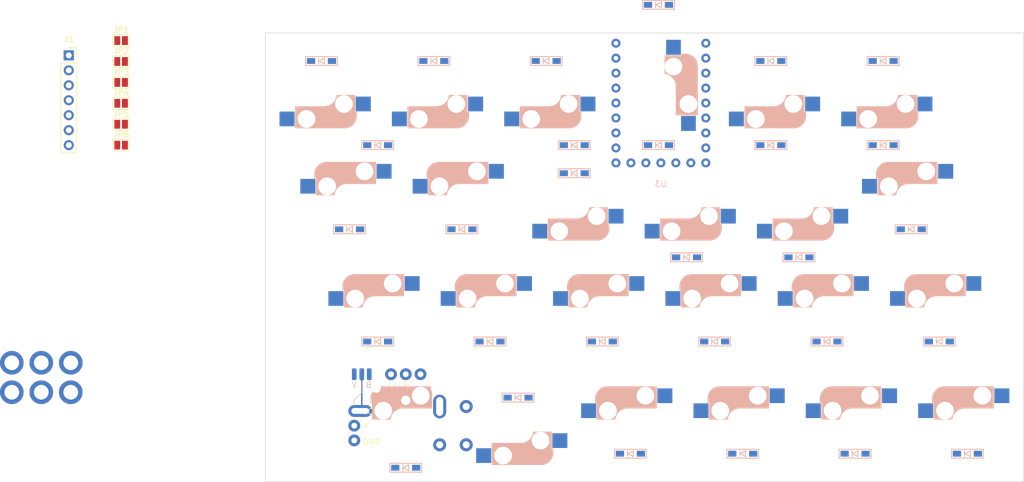
<source format=kicad_pcb>
(kicad_pcb (version 20221018) (generator pcbnew)
  (layers (0 "F.Cu" signal) (31 "B.Cu" signal) (34 "B.Paste" user) (35 "F.Paste" user) (36 "B.SilkS" user "B.Silkscreen") (37 "F.SilkS" user "F.Silkscreen") (38 "B.Mask" user) (39 "F.Mask" user) (44 "Edge.Cuts" user))
  (net 0 "")
  (net 1 "Net-(D1-K)")
  (net 2 "Net-(D1-A)")
  (net 3 "Net-(D10-K)")
  (net 4 "Net-(D2-A)")
  (net 5 "Net-(D11-K)")
  (net 6 "Net-(D3-A)")
  (net 7 "Net-(D17-K)")
  (net 8 "Net-(D9-A)")
  (net 9 "Net-(D10-A)")
  (net 10 "Net-(D11-A)")
  (net 11 "Net-(D12-K)")
  (net 12 "Net-(D12-A)")
  (net 13 "Net-(D17-A)")
  (net 14 "Net-(D18-A)")
  (net 15 "Net-(D19-A)")
  (net 16 "Net-(D20-A)")
  (net 17 "SW-B")
  (net 18 "Net-(D25-A)")
  (net 19 "Net-(D26-A)")
  (net 20 "Net-(D27-A)")
  (net 21 "Net-(D28-A)")
  (net 22 "Net-(D33-A)")
  (net 23 "Net-(D34-A)")
  (net 24 "Net-(D35-A)")
  (net 25 "Net-(D36-A)")
  (net 26 "Net-(D41-A)")
  (net 27 "Net-(D42-A)")
  (net 28 "Net-(D43-A)")
  (net 29 "Net-(D44-A)")
  (net 30 "P0")
  (net 31 "P1")
  (net 32 "P2")
  (net 33 "P3")
  (net 34 "P4")
  (net 35 "P5")
  (net 36 "GND")
  (net 37 "VR-X")
  (net 38 "VCC")
  (net 39 "VR-Y")
  (net 41 "P0x")
  (net 42 "P1x")
  (net 49 "P2x")
  (net 50 "P3x")
  (net 51 "P4x")
  (net 52 "P5x")
  (footprint "xiao:hole_2.5" (layer "F.Cu") (at 46.05 150.05)
    (fp_text reference "H2" hide)
    (fp_text value "MountingHole" hide)
    (pad "" np_thru_hole circle (at 0 0) (size 4 4) (drill 2.5) (layers "F&B.Cu" "*.Mask"))
  )
  (footprint "foostan/kbd:CherryMX_Hotswap" (layer "F.Cu") (at 208.1125 155.725)
    (fp_text reference "S23" hide)
    (fp_text value "SW_PUSH" hide)
    (pad "" np_thru_hole circle (at -5.08 0) (size 1.9 1.9) (drill 1.9) (layers "*.Cu" "*.Mask"))
    (pad "" np_thru_hole circle (at -3.81 -2.54) (size 3 3) (drill 3) (layers "*.Cu" "*.Mask"))
    (pad "" np_thru_hole circle (at 0 0 90) (size 4.1 4.1) (drill 4.1) (layers "*.Cu" "*.Mask"))
    (pad "" np_thru_hole circle (at 2.54 -5.08) (size 3 3) (drill 3) (layers "*.Cu" "*.Mask"))
    (pad "" np_thru_hole circle (at 5.08 0) (size 1.9 1.9) (drill 1.9) (layers "*.Cu" "*.Mask"))
    (pad "1" smd rect (at -7.085 -2.54 180) (size 2.55 2.5) (layers "B.Cu" "B.Paste" "B.Mask") (net 35 "P5"))
    (pad "2" smd rect (at 5.842 -5.08 180) (size 2.55 2.5) (layers "B.Cu" "B.Paste" "B.Mask") (net 29 "Net-(D44-A)"))
  )
  (footprint "foostan/kbd:CherryMX_Hotswap" (layer "F.Cu") (at 108.1 136.675)
    (fp_text reference "S12" hide)
    (fp_text value "SW_PUSH" hide)
    (pad "" np_thru_hole circle (at -5.08 0) (size 1.9 1.9) (drill 1.9) (layers "*.Cu" "*.Mask"))
    (pad "" np_thru_hole circle (at -3.81 -2.54) (size 3 3) (drill 3) (layers "*.Cu" "*.Mask"))
    (pad "" np_thru_hole circle (at 0 0 90) (size 4.1 4.1) (drill 4.1) (layers "*.Cu" "*.Mask"))
    (pad "" np_thru_hole circle (at 2.54 -5.08) (size 3 3) (drill 3) (layers "*.Cu" "*.Mask"))
    (pad "" np_thru_hole circle (at 5.08 0) (size 1.9 1.9) (drill 1.9) (layers "*.Cu" "*.Mask"))
    (pad "1" smd rect (at -7.085 -2.54 180) (size 2.55 2.5) (layers "B.Cu" "B.Paste" "B.Mask") (net 30 "P0"))
    (pad "2" smd rect (at 5.842 -5.08 180) (size 2.55 2.5) (layers "B.Cu" "B.Paste" "B.Mask") (net 6 "Net-(D3-A)"))
  )
  (footprint "Jumper:SolderJumper-2_P1.3mm_Open_Pad1.0x1.5mm" (layer "F.Cu") (at 64.5875 101)
    (fp_text reference "JP4" (at 0 -1.8) (layer "F.SilkS"))
    (fp_text value "SolderJumper_2_Open")
    (pad "1" smd rect (at -0.65 0) (size 1 1.5) (layers "F.Cu" "F.Mask") (net 33 "P3"))
    (pad "2" smd rect (at 0.65 0) (size 1 1.5) (layers "F.Cu" "F.Mask") (net 50 "P3x"))
  )
  (footprint "foostan/kbd:CherryMX_Hotswap" (layer "F.Cu") (at 160.4875 117.625 180)
    (fp_text reference "S9" hide)
    (fp_text value "SW_PUSH" hide)
    (pad "" np_thru_hole circle (at -5.08 0 180) (size 1.9 1.9) (drill 1.9) (layers "*.Cu" "*.Mask"))
    (pad "" np_thru_hole circle (at -3.81 -2.54 180) (size 3 3) (drill 3) (layers "*.Cu" "*.Mask"))
    (pad "" np_thru_hole circle (at 0 0 270) (size 4.1 4.1) (drill 4.1) (layers "*.Cu" "*.Mask"))
    (pad "" np_thru_hole circle (at 2.54 -5.08 180) (size 3 3) (drill 3) (layers "*.Cu" "*.Mask"))
    (pad "" np_thru_hole circle (at 5.08 0 180) (size 1.9 1.9) (drill 1.9) (layers "*.Cu" "*.Mask"))
    (pad "1" smd rect (at -7.085 -2.54) (size 2.55 2.5) (layers "B.Cu" "B.Paste" "B.Mask") (net 33 "P3"))
    (pad "2" smd rect (at 5.842 -5.08) (size 2.55 2.5) (layers "B.Cu" "B.Paste" "B.Mask") (net 19 "Net-(D26-A)"))
  )
  (footprint "Jumper:SolderJumper-2_P1.3mm_Open_Pad1.0x1.5mm" (layer "F.Cu") (at 64.5875 108.1)
    (fp_text reference "JP6" (at 0 -1.8) (layer "F.SilkS"))
    (fp_text value "SolderJumper_2_Open")
    (pad "1" smd rect (at -0.65 0) (size 1 1.5) (layers "F.Cu" "F.Mask") (net 35 "P5"))
    (pad "2" smd rect (at 0.65 0) (size 1 1.5) (layers "F.Cu" "F.Mask") (net 52 "P5x"))
  )
  (footprint "foostan/kbd:CherryMX_Hotswap" (layer "F.Cu") (at 98.575 98.575 180)
    (fp_text reference "S0" hide)
    (fp_text value "SW_PUSH" hide)
    (pad "" np_thru_hole circle (at -5.08 0 180) (size 1.9 1.9) (drill 1.9) (layers "*.Cu" "*.Mask"))
    (pad "" np_thru_hole circle (at -3.81 -2.54 180) (size 3 3) (drill 3) (layers "*.Cu" "*.Mask"))
    (pad "" np_thru_hole circle (at 0 0 270) (size 4.1 4.1) (drill 4.1) (layers "*.Cu" "*.Mask"))
    (pad "" np_thru_hole circle (at 2.54 -5.08 180) (size 3 3) (drill 3) (layers "*.Cu" "*.Mask"))
    (pad "" np_thru_hole circle (at 5.08 0 180) (size 1.9 1.9) (drill 1.9) (layers "*.Cu" "*.Mask"))
    (pad "1" smd rect (at -7.085 -2.54) (size 2.55 2.5) (layers "B.Cu" "B.Paste" "B.Mask") (net 30 "P0"))
    (pad "2" smd rect (at 5.842 -5.08) (size 2.55 2.5) (layers "B.Cu" "B.Paste" "B.Mask") (net 2 "Net-(D1-A)"))
  )
  (footprint "foostan/kbd:CherryMX_Hotswap" (layer "F.Cu") (at 189.0625 155.725)
    (fp_text reference "S22" hide)
    (fp_text value "SW_PUSH" hide)
    (pad "" np_thru_hole circle (at -5.08 0) (size 1.9 1.9) (drill 1.9) (layers "*.Cu" "*.Mask"))
    (pad "" np_thru_hole circle (at -3.81 -2.54) (size 3 3) (drill 3) (layers "*.Cu" "*.Mask"))
    (pad "" np_thru_hole circle (at 0 0 90) (size 4.1 4.1) (drill 4.1) (layers "*.Cu" "*.Mask"))
    (pad "" np_thru_hole circle (at 2.54 -5.08) (size 3 3) (drill 3) (layers "*.Cu" "*.Mask"))
    (pad "" np_thru_hole circle (at 5.08 0) (size 1.9 1.9) (drill 1.9) (layers "*.Cu" "*.Mask"))
    (pad "1" smd rect (at -7.085 -2.54 180) (size 2.55 2.5) (layers "B.Cu" "B.Paste" "B.Mask") (net 34 "P4"))
    (pad "2" smd rect (at 5.842 -5.08 180) (size 2.55 2.5) (layers "B.Cu" "B.Paste" "B.Mask") (net 25 "Net-(D36-A)"))
  )
  (footprint "foostan/kbd:CherryMX_Hotswap" (layer "F.Cu") (at 165.25 136.675)
    (fp_text reference "S15" hide)
    (fp_text value "SW_PUSH" hide)
    (pad "" np_thru_hole circle (at -5.08 0) (size 1.9 1.9) (drill 1.9) (layers "*.Cu" "*.Mask"))
    (pad "" np_thru_hole circle (at -3.81 -2.54) (size 3 3) (drill 3) (layers "*.Cu" "*.Mask"))
    (pad "" np_thru_hole circle (at 0 0 90) (size 4.1 4.1) (drill 4.1) (layers "*.Cu" "*.Mask"))
    (pad "" np_thru_hole circle (at 2.54 -5.08) (size 3 3) (drill 3) (layers "*.Cu" "*.Mask"))
    (pad "" np_thru_hole circle (at 5.08 0) (size 1.9 1.9) (drill 1.9) (layers "*.Cu" "*.Mask"))
    (pad "1" smd rect (at -7.085 -2.54 180) (size 2.55 2.5) (layers "B.Cu" "B.Paste" "B.Mask") (net 33 "P3"))
    (pad "2" smd rect (at 5.842 -5.08 180) (size 2.55 2.5) (layers "B.Cu" "B.Paste" "B.Mask") (net 20 "Net-(D27-A)"))
  )
  (footprint "foostan/kbd:CherryMX_Hotswap" (layer "F.Cu") (at 174.775 98.575 180)
    (fp_text reference "S4" hide)
    (fp_text value "SW_PUSH" hide)
    (pad "" np_thru_hole circle (at -5.08 0 180) (size 1.9 1.9) (drill 1.9) (layers "*.Cu" "*.Mask"))
    (pad "" np_thru_hole circle (at -3.81 -2.54 180) (size 3 3) (drill 3) (layers "*.Cu" "*.Mask"))
    (pad "" np_thru_hole circle (at 0 0 270) (size 4.1 4.1) (drill 4.1) (layers "*.Cu" "*.Mask"))
    (pad "" np_thru_hole circle (at 2.54 -5.08 180) (size 3 3) (drill 3) (layers "*.Cu" "*.Mask"))
    (pad "" np_thru_hole circle (at 5.08 0 180) (size 1.9 1.9) (drill 1.9) (layers "*.Cu" "*.Mask"))
    (pad "1" smd rect (at -7.085 -2.54) (size 2.55 2.5) (layers "B.Cu" "B.Paste" "B.Mask") (net 34 "P4"))
    (pad "2" smd rect (at 5.842 -5.08) (size 2.55 2.5) (layers "B.Cu" "B.Paste" "B.Mask") (net 22 "Net-(D33-A)"))
  )
  (footprint "foostan/kbd:CherryMX_Hotswap" (layer "F.Cu") (at 198.5875 117.625)
    (fp_text reference "S11" hide)
    (fp_text value "SW_PUSH" hide)
    (pad "" np_thru_hole circle (at -5.08 0) (size 1.9 1.9) (drill 1.9) (layers "*.Cu" "*.Mask"))
    (pad "" np_thru_hole circle (at -3.81 -2.54) (size 3 3) (drill 3) (layers "*.Cu" "*.Mask"))
    (pad "" np_thru_hole circle (at 0 0 90) (size 4.1 4.1) (drill 4.1) (layers "*.Cu" "*.Mask"))
    (pad "" np_thru_hole circle (at 2.54 -5.08) (size 3 3) (drill 3) (layers "*.Cu" "*.Mask"))
    (pad "" np_thru_hole circle (at 5.08 0) (size 1.9 1.9) (drill 1.9) (layers "*.Cu" "*.Mask"))
    (pad "1" smd rect (at -7.085 -2.54 180) (size 2.55 2.5) (layers "B.Cu" "B.Paste" "B.Mask") (net 35 "P5"))
    (pad "2" smd rect (at 5.842 -5.08 180) (size 2.55 2.5) (layers "B.Cu" "B.Paste" "B.Mask") (net 27 "Net-(D42-A)"))
  )
  (footprint "foostan/kbd:CherryMX_Hotswap" (layer "F.Cu") (at 136.675 98.575 180)
    (fp_text reference "S2" hide)
    (fp_text value "SW_PUSH" hide)
    (pad "" np_thru_hole circle (at -5.08 0 180) (size 1.9 1.9) (drill 1.9) (layers "*.Cu" "*.Mask"))
    (pad "" np_thru_hole circle (at -3.81 -2.54 180) (size 3 3) (drill 3) (layers "*.Cu" "*.Mask"))
    (pad "" np_thru_hole circle (at 0 0 270) (size 4.1 4.1) (drill 4.1) (layers "*.Cu" "*.Mask"))
    (pad "" np_thru_hole circle (at 2.54 -5.08 180) (size 3 3) (drill 3) (layers "*.Cu" "*.Mask"))
    (pad "" np_thru_hole circle (at 5.08 0 180) (size 1.9 1.9) (drill 1.9) (layers "*.Cu" "*.Mask"))
    (pad "1" smd rect (at -7.085 -2.54) (size 2.55 2.5) (layers "B.Cu" "B.Paste" "B.Mask") (net 32 "P2"))
    (pad "2" smd rect (at 5.842 -5.08) (size 2.55 2.5) (layers "B.Cu" "B.Paste" "B.Mask") (net 13 "Net-(D17-A)"))
  )
  (footprint "foostan/kbd:CherryMX_Hotswap" (layer "F.Cu") (at 141.4375 117.625 180)
    (fp_text reference "S8" hide)
    (fp_text value "SW_PUSH" hide)
    (pad "" np_thru_hole circle (at -5.08 0 180) (size 1.9 1.9) (drill 1.9) (layers "*.Cu" "*.Mask"))
    (pad "" np_thru_hole circle (at -3.81 -2.54 180) (size 3 3) (drill 3) (layers "*.Cu" "*.Mask"))
    (pad "" np_thru_hole circle (at 0 0 270) (size 4.1 4.1) (drill 4.1) (layers "*.Cu" "*.Mask"))
    (pad "" np_thru_hole circle (at 2.54 -5.08 180) (size 3 3) (drill 3) (layers "*.Cu" "*.Mask"))
    (pad "" np_thru_hole circle (at 5.08 0 180) (size 1.9 1.9) (drill 1.9) (layers "*.Cu" "*.Mask"))
    (pad "1" smd rect (at -7.085 -2.54) (size 2.55 2.5) (layers "B.Cu" "B.Paste" "B.Mask") (net 32 "P2"))
    (pad "2" smd rect (at 5.842 -5.08) (size 2.55 2.5) (layers "B.Cu" "B.Paste" "B.Mask") (net 14 "Net-(D18-A)"))
  )
  (footprint "foostan/kbd:CherryMX_Hotswap" (layer "F.Cu") (at 179.5375 117.625 180)
    (fp_text reference "S10" hide)
    (fp_text value "SW_PUSH" hide)
    (pad "" np_thru_hole circle (at -5.08 0 180) (size 1.9 1.9) (drill 1.9) (layers "*.Cu" "*.Mask"))
    (pad "" np_thru_hole circle (at -3.81 -2.54 180) (size 3 3) (drill 3) (layers "*.Cu" "*.Mask"))
    (pad "" np_thru_hole circle (at 0 0 270) (size 4.1 4.1) (drill 4.1) (layers "*.Cu" "*.Mask"))
    (pad "" np_thru_hole circle (at 2.54 -5.08 180) (size 3 3) (drill 3) (layers "*.Cu" "*.Mask"))
    (pad "" np_thru_hole circle (at 5.08 0 180) (size 1.9 1.9) (drill 1.9) (layers "*.Cu" "*.Mask"))
    (pad "1" smd rect (at -7.085 -2.54) (size 2.55 2.5) (layers "B.Cu" "B.Paste" "B.Mask") (net 34 "P4"))
    (pad "2" smd rect (at 5.842 -5.08) (size 2.55 2.5) (layers "B.Cu" "B.Paste" "B.Mask") (net 23 "Net-(D34-A)"))
  )
  (footprint "Jumper:SolderJumper-2_P1.3mm_Open_Pad1.0x1.5mm" (layer "F.Cu") (at 64.5875 90.35)
    (fp_text reference "JP1" (at 0 -1.8) (layer "F.SilkS"))
    (fp_text value "SolderJumper_2_Open")
    (pad "1" smd rect (at -0.65 0) (size 1 1.5) (layers "F.Cu" "F.Mask") (net 30 "P0"))
    (pad "2" smd rect (at 0.65 0) (size 1 1.5) (layers "F.Cu" "F.Mask") (net 41 "P0x"))
  )
  (footprint "foostan/kbd:CherryMX_Hotswap" (layer "F.Cu") (at 117.625 98.575 180)
    (fp_text reference "S1" hide)
    (fp_text value "SW_PUSH" hide)
    (pad "" np_thru_hole circle (at -5.08 0 180) (size 1.9 1.9) (drill 1.9) (layers "*.Cu" "*.Mask"))
    (pad "" np_thru_hole circle (at -3.81 -2.54 180) (size 3 3) (drill 3) (layers "*.Cu" "*.Mask"))
    (pad "" np_thru_hole circle (at 0 0 270) (size 4.1 4.1) (drill 4.1) (layers "*.Cu" "*.Mask"))
    (pad "" np_thru_hole circle (at 2.54 -5.08 180) (size 3 3) (drill 3) (layers "*.Cu" "*.Mask"))
    (pad "" np_thru_hole circle (at 5.08 0 180) (size 1.9 1.9) (drill 1.9) (layers "*.Cu" "*.Mask"))
    (pad "1" smd rect (at -7.085 -2.54) (size 2.55 2.5) (layers "B.Cu" "B.Paste" "B.Mask") (net 31 "P1"))
    (pad "2" smd rect (at 5.842 -5.08) (size 2.55 2.5) (layers "B.Cu" "B.Paste" "B.Mask") (net 8 "Net-(D9-A)"))
  )
  (footprint "foostan/kbd:CherryMX_Hotswap" (layer "F.Cu") (at 155.725 98.575 -90)
    (fp_text reference "S3" hide)
    (fp_text value "SW_PUSH" hide)
    (pad "" np_thru_hole circle (at -5.08 0 270) (size 1.9 1.9) (drill 1.9) (layers "*.Cu" "*.Mask"))
    (pad "" np_thru_hole circle (at -3.81 -2.54 270) (size 3 3) (drill 3) (layers "*.Cu" "*.Mask"))
    (pad "" np_thru_hole circle (at 0 0) (size 4.1 4.1) (drill 4.1) (layers "*.Cu" "*.Mask"))
    (pad "" np_thru_hole circle (at 2.54 -5.08 270) (size 3 3) (drill 3) (layers "*.Cu" "*.Mask"))
    (pad "" np_thru_hole circle (at 5.08 0 270) (size 1.9 1.9) (drill 1.9) (layers "*.Cu" "*.Mask"))
    (pad "1" smd rect (at -7.085 -2.54 90) (size 2.55 2.5) (layers "B.Cu" "B.Paste" "B.Mask") (net 33 "P3"))
    (pad "2" smd rect (at 5.842 -5.08 90) (size 2.55 2.5) (layers "B.Cu" "B.Paste" "B.Mask") (net 18 "Net-(D25-A)"))
  )
  (footprint "foostan/kbd:CherryMX_Hotswap" (layer "F.Cu") (at 170.0125 155.725)
    (fp_text reference "S21" hide)
    (fp_text value "SW_PUSH" hide)
    (pad "" np_thru_hole circle (at -5.08 0) (size 1.9 1.9) (drill 1.9) (layers "*.Cu" "*.Mask"))
    (pad "" np_thru_hole circle (at -3.81 -2.54) (size 3 3) (drill 3) (layers "*.Cu" "*.Mask"))
    (pad "" np_thru_hole circle (at 0 0 90) (size 4.1 4.1) (drill 4.1) (layers "*.Cu" "*.Mask"))
    (pad "" np_thru_hole circle (at 2.54 -5.08) (size 3 3) (drill 3) (layers "*.Cu" "*.Mask"))
    (pad "" np_thru_hole circle (at 5.08 0) (size 1.9 1.9) (drill 1.9) (layers "*.Cu" "*.Mask"))
    (pad "1" smd rect (at -7.085 -2.54 180) (size 2.55 2.5) (layers "B.Cu" "B.Paste" "B.Mask") (net 33 "P3"))
    (pad "2" smd rect (at 5.842 -5.08 180) (size 2.55 2.5) (layers "B.Cu" "B.Paste" "B.Mask") (net 21 "Net-(D28-A)"))
  )
  (footprint "foostan/kbd:CherryMX_Hotswap" (layer "F.Cu") (at 203.35 136.675)
    (fp_text reference "S17" hide)
    (fp_text value "SW_PUSH" hide)
    (pad "" np_thru_hole circle (at -5.08 0) (size 1.9 1.9) (drill 1.9) (layers "*.Cu" "*.Mask"))
    (pad "" np_thru_hole circle (at -3.81 -2.54) (size 3 3) (drill 3) (layers "*.Cu" "*.Mask"))
    (pad "" np_thru_hole circle (at 0 0 90) (size 4.1 4.1) (drill 4.1) (layers "*.Cu" "*.Mask"))
    (pad "" np_thru_hole circle (at 2.54 -5.08) (size 3 3) (drill 3) (layers "*.Cu" "*.Mask"))
    (pad "" np_thru_hole circle (at 5.08 0) (size 1.9 1.9) (drill 1.9) (layers "*.Cu" "*.Mask"))
    (pad "1" smd rect (at -7.085 -2.54 180) (size 2.55 2.5) (layers "B.Cu" "B.Paste" "B.Mask") (net 35 "P5"))
    (pad "2" smd rect (at 5.842 -5.08 180) (size 2.55 2.5) (layers "B.Cu" "B.Paste" "B.Mask") (net 28 "Net-(D43-A)"))
  )
  (footprint "foostan/kbd:CherryMX_Hotswap" (layer "F.Cu") (at 193.825 98.575 180)
    (fp_text reference "S5" hide)
    (fp_text value "SW_PUSH" hide)
    (pad "" np_thru_hole circle (at -5.08 0 180) (size 1.9 1.9) (drill 1.9) (layers "*.Cu" "*.Mask"))
    (pad "" np_thru_hole circle (at -3.81 -2.54 180) (size 3 3) (drill 3) (layers "*.Cu" "*.Mask"))
    (pad "" np_thru_hole circle (at 0 0 270) (size 4.1 4.1) (drill 4.1) (layers "*.Cu" "*.Mask"))
    (pad "" np_thru_hole circle (at 2.54 -5.08 180) (size 3 3) (drill 3) (layers "*.Cu" "*.Mask"))
    (pad "" np_thru_hole circle (at 5.08 0 180) (size 1.9 1.9) (drill 1.9) (layers "*.Cu" "*.Mask"))
    (pad "1" smd rect (at -7.085 -2.54) (size 2.55 2.5) (layers "B.Cu" "B.Paste" "B.Mask") (net 35 "P5"))
    (pad "2" smd rect (at 5.842 -5.08) (size 2.55 2.5) (layers "B.Cu" "B.Paste" "B.Mask") (net 26 "Net-(D41-A)"))
  )
  (footprint "Jumper:SolderJumper-2_P1.3mm_Open_Pad1.0x1.5mm" (layer "F.Cu") (at 64.5875 97.45)
    (fp_text reference "JP3" (at 0 -1.8) (layer "F.SilkS"))
    (fp_text value "SolderJumper_2_Open")
    (pad "1" smd rect (at -0.65 0) (size 1 1.5) (layers "F.Cu" "F.Mask") (net 32 "P2"))
    (pad "2" smd rect (at 0.65 0) (size 1 1.5) (layers "F.Cu" "F.Mask") (net 49 "P2x"))
  )
  (footprint "xiao:RKJXV122400R_CherryMX_Hotswap" (layer "F.Cu") (at 112.8625 155.725)
    (fp_text reference "U2" hide)
    (fp_text value "~" hide)
    (fp_text user "B  V" (at -5.715 -6.35 unlocked) (layer "B.SilkS") (effects (font (thickness 0.1)) (justify left bottom mirror)))
    (fp_text user "VC" (at -7.4 -1.8 unlocked) (layer "F.SilkS") (effects (font (thickness 0.1)) (justify left bottom)))
    (fp_text user "GND" (at -7.4 3.3 unlocked) (layer "F.SilkS") (effects (font (thickness 0.1)) (justify left bottom)))
    (fp_text user "VCC" (at -1.7 -4.4 90 unlocked) (layer "F.SilkS") (effects (font (thickness 0.1)) (justify left bottom)))
    (fp_text user "X" (at -7.3 0.6 unlocked) (layer "F.SilkS") (effects (font (thickness 0.1)) (justify left bottom)))
    (fp_text user "Y" (at 0.7 -6.4 90 unlocked) (layer "F.SilkS") (effects (font (thickness 0.1)) (justify left bottom)))
    (pad "" np_thru_hole circle (at -5.08 0) (size 1.9 1.9) (drill 1.9) (layers "*.Cu" "*.Mask"))
    (pad "" np_thru_hole circle (at -5 -6.325 90) (size 1.5 1.5) (drill 1.5) (layers "F&B.Cu" "*.Mask"))
    (pad "" np_thru_hole circle (at -5 6.325 90) (size 1.5 1.5) (drill 1.5) (layers "F&B.Cu" "*.Mask"))
    (pad "" np_thru_hole circle (at -3.81 -2.54) (size 3 3) (drill 3) (layers "*.Cu" "*.Mask"))
    (pad "" np_thru_hole circle (at 0 -4.3 90) (size 1.6 1.6) (drill 1.6) (layers "F&B.Cu" "*.Mask"))
    (pad "" np_thru_hole circle (at 0 0 90) (size 4.1 4.1) (drill 4.1) (layers "*.Cu" "*.Mask"))
    (pad "" np_thru_hole circle (at 0 4.3 90) (size 1.6 1.6) (drill 1.6) (layers "F&B.Cu" "*.Mask"))
    (pad "" np_thru_hole circle (at 2.54 -5.08) (size 3 3) (drill 3) (layers "*.Cu" "*.Mask"))
    (pad "" np_thru_hole circle (at 5 -6.325 90) (size 1.5 1.5) (drill 1.5) (layers "F&B.Cu" "*.Mask"))
    (pad "" np_thru_hole circle (at 5 6.325 90) (size 1.5 1.5) (drill 1.5) (layers "F&B.Cu" "*.Mask"))
    (pad "" np_thru_hole circle (at 5.08 0) (size 1.9 1.9) (drill 1.9) (layers "*.Cu" "*.Mask"))
    (pad "1" thru_hole circle (at 2.5 -8.73 90) (size 2 2) (drill 1) (layers "*.Cu" "*.Mask") (net 36 "GND"))
    (pad "2" thru_hole circle (at 0 -8.73 90) (size 2 2) (drill 1) (layers "*.Cu" "*.Mask") (net 37 "VR-X"))
    (pad "3" thru_hole circle (at -2.5 -8.73 90) (size 2 2) (drill 1) (layers "*.Cu" "*.Mask") (net 38 "VCC"))
    (pad "4" smd roundrect (at -8.73 -8.73 270) (size 2 0.8) (layers "B.Cu" "B.Paste" "B.Mask") (net 38 "VCC"))
    (pad "5" thru_hole circle (at -8.73 0 90) (size 2 2) (drill 1) (layers "*.Cu" "*.Mask") (net 39 "VR-Y"))
    (pad "6" thru_hole circle (at -8.73 2.5 90) (size 2 2) (drill 1) (layers "*.Cu" "*.Mask") (net 36 "GND"))
    (pad "7" thru_hole oval (at 5.75 -3.25 90) (size 4 2.2) (drill oval 3.2 1.2) (layers "*.Cu" "*.Mask") (net 17 "SW-B"))
    (pad "7" thru_hole circle (at 5.75 3.25 90) (size 2.2 2.2) (drill 1.2) (layers "*.Cu" "*.Mask") (net 17 "SW-B"))
    (pad "8" smd roundrect (at -6.19 -8.73 270) (size 2 0.8) (layers "B.Cu" "B.Paste" "B.Mask") (net 30 "P0"))
    (pad "8" thru_hole circle (at 10.25 -3.25 90) (size 2.2 2.2) (drill 1.2) (layers "*.Cu" "*.Mask") (net 30 "P0"))
    (pad "8" thru_hole circle (at 10.25 3.25 90) (size 2.2 2.2) (drill 1.2) (layers "*.Cu" "*.Mask") (net 30 "P0"))
    (pad "a" thru_hole oval (at -7.73 -2.5 90) (size 2 4) (drill oval 1 3) (layers "*.Cu" "*.Mask"))
    (pad "a" smd roundrect (at -7.46 -8.73 270) (size 2 0.8) (layers "B.Cu" "B.Paste" "B.Mask"))
  )
  (footprint "foostan/kbd:CherryMX_Hotswap" (layer "F.Cu") (at 131.9125 155.725 180)
    (fp_text reference "S19" hide)
    (fp_text value "SW_PUSH" hide)
    (pad "" np_thru_hole circle (at -5.08 0 180) (size 1.9 1.9) (drill 1.9) (layers "*.Cu" "*.Mask"))
    (pad "" np_thru_hole circle (at -3.81 -2.54 180) (size 3 3) (drill 3) (layers "*.Cu" "*.Mask"))
    (pad "" np_thru_hole circle (at 0 0 270) (size 4.1 4.1) (drill 4.1) (layers "*.Cu" "*.Mask"))
    (pad "" np_thru_hole circle (at 2.54 -5.08 180) (size 3 3) (drill 3) (layers "*.Cu" "*.Mask"))
    (pad "" np_thru_hole circle (at 5.08 0 180) (size 1.9 1.9) (drill 1.9) (layers "*.Cu" "*.Mask"))
    (pad "1" smd rect (at -7.085 -2.54) (size 2.55 2.5) (layers "B.Cu" "B.Paste" "B.Mask") (net 31 "P1"))
    (pad "2" smd rect (at 5.842 -5.08) (size 2.55 2.5) (layers "B.Cu" "B.Paste" "B.Mask") (net 12 "Net-(D12-A)"))
  )
  (footprint "xiao:hole_2.5" (layer "F.Cu") (at 56.05 145.05)
    (fp_text reference "H5" hide)
    (fp_text value "MountingHole" hide)
    (pad "" np_thru_hole circle (at 0 0) (size 4 4) (drill 2.5) (layers "F&B.Cu" "*.Mask"))
  )
  (footprint "foostan/kbd:CherryMX_Hotswap" (layer "F.Cu") (at 122.3875 117.625)
    (fp_text reference "S7" hide)
    (fp_text value "SW_PUSH" hide)
    (pad "" np_thru_hole circle (at -5.08 0) (size 1.9 1.9) (drill 1.9) (layers "*.Cu" "*.Mask"))
    (pad "" np_thru_hole circle (at -3.81 -2.54) (size 3 3) (drill 3) (layers "*.Cu" "*.Mask"))
    (pad "" np_thru_hole circle (at 0 0 90) (size 4.1 4.1) (drill 4.1) (layers "*.Cu" "*.Mask"))
    (pad "" np_thru_hole circle (at 2.54 -5.08) (size 3 3) (drill 3) (layers "*.Cu" "*.Mask"))
    (pad "" np_thru_hole circle (at 5.08 0) (size 1.9 1.9) (drill 1.9) (layers "*.Cu" "*.Mask"))
    (pad "1" smd rect (at -7.085 -2.54 180) (size 2.55 2.5) (layers "B.Cu" "B.Paste" "B.Mask") (net 31 "P1"))
    (pad "2" smd rect (at 5.842 -5.08 180) (size 2.55 2.5) (layers "B.Cu" "B.Paste" "B.Mask") (net 9 "Net-(D10-A)"))
  )
  (footprint "Connector_PinSocket_2.54mm:PinSocket_1x07_P2.54mm_Vertical" (layer "F.Cu") (at 55.7125 92.86)
    (fp_text reference "J1" (at 0 -2.77) (layer "F.SilkS"))
    (fp_text value "Conn_01x07_Pin")
    (pad "1" thru_hole rect (at 0 0) (size 1.7 1.7) (drill 1) (layers "*.Cu" "*.Mask") (net 41 "P0x"))
    (pad "2" thru_hole oval (at 0 2.54) (size 1.7 1.7) (drill 1) (layers "*.Cu" "*.Mask") (net 42 "P1x"))
    (pad "3" thru_hole oval (at 0 5.08) (size 1.7 1.7) (drill 1) (layers "*.Cu" "*.Mask") (net 49 "P2x"))
    (pad "4" thru_hole oval (at 0 7.62) (size 1.7 1.7) (drill 1) (layers "*.Cu" "*.Mask") (net 50 "P3x"))
    (pad "5" thru_hole oval (at 0 10.16) (size 1.7 1.7) (drill 1) (layers "*.Cu" "*.Mask") (net 51 "P4x"))
    (pad "6" thru_hole oval (at 0 12.7) (size 1.7 1.7) (drill 1) (layers "*.Cu" "*.Mask") (net 52 "P5x"))
    (pad "7" thru_hole oval (at 0 15.24) (size 1.7 1.7) (drill 1) (layers "*.Cu" "*.Mask"))
  )
  (footprint "foostan/kbd:CherryMX_Hotswap" (layer "F.Cu") (at 146.2 136.675)
    (fp_text reference "S14" hide)
    (fp_text value "SW_PUSH" hide)
    (pad "" np_thru_hole circle (at -5.08 0) (size 1.9 1.9) (drill 1.9) (layers "*.Cu" "*.Mask"))
    (pad "" np_thru_hole circle (at -3.81 -2.54) (size 3 3) (drill 3) (layers "*.Cu" "*.Mask"))
    (pad "" np_thru_hole circle (at 0 0 90) (size 4.1 4.1) (drill 4.1) (layers "*.Cu" "*.Mask"))
    (pad "" np_thru_hole circle (at 2.54 -5.08) (size 3 3) (drill 3) (layers "*.Cu" "*.Mask"))
    (pad "" np_thru_hole circle (at 5.08 0) (size 1.9 1.9) (drill 1.9) (layers "*.Cu" "*.Mask"))
    (pad "1" smd rect (at -7.085 -2.54 180) (size 2.55 2.5) (layers "B.Cu" "B.Paste" "B.Mask") (net 32 "P2"))
    (pad "2" smd rect (at 5.842 -5.08 180) (size 2.55 2.5) (layers "B.Cu" "B.Paste" "B.Mask") (net 15 "Net-(D19-A)"))
  )
  (footprint "Jumper:SolderJumper-2_P1.3mm_Open_Pad1.0x1.5mm" (layer "F.Cu") (at 64.5875 93.9)
    (fp_text reference "JP2" (at 0 -1.8) (layer "F.SilkS"))
    (fp_text value "SolderJumper_2_Open")
    (pad "1" smd rect (at -0.65 0) (size 1 1.5) (layers "F.Cu" "F.Mask") (net 31 "P1"))
    (pad "2" smd rect (at 0.65 0) (size 1 1.5) (layers "F.Cu" "F.Mask") (net 42 "P1x"))
  )
  (footprint "foostan/kbd:CherryMX_Hotswap" (layer "F.Cu") (at 127.15 136.675)
    (fp_text reference "S13" hide)
    (fp_text value "SW_PUSH" hide)
    (pad "" np_thru_hole circle (at -5.08 0) (size 1.9 1.9) (drill 1.9) (layers "*.Cu" "*.Mask"))
    (pad "" np_thru_hole circle (at -3.81 -2.54) (size 3 3) (drill 3) (layers "*.Cu" "*.Mask"))
    (pad "" np_thru_hole circle (at 0 0 90) (size 4.1 4.1) (drill 4.1) (layers "*.Cu" "*.Mask"))
    (pad "" np_thru_hole circle (at 2.54 -5.08) (size 3 3) (drill 3) (layers "*.Cu" "*.Mask"))
    (pad "" np_thru_hole circle (at 5.08 0) (size 1.9 1.9) (drill 1.9) (layers "*.Cu" "*.Mask"))
    (pad "1" smd rect (at -7.085 -2.54 180) (size 2.55 2.5) (layers "B.Cu" "B.Paste" "B.Mask") (net 31 "P1"))
    (pad "2" smd rect (at 5.842 -5.08 180) (size 2.55 2.5) (layers "B.Cu" "B.Paste" "B.Mask") (net 10 "Net-(D11-A)"))
  )
  (footprint "xiao:hole_2.5" (layer "F.Cu") (at 46.05 145.05)
    (fp_text reference "H1" hide)
    (fp_text value "MountingHole" hide)
    (pad "" np_thru_hole circle (at 0 0) (size 4 4) (drill 2.5) (layers "F&B.Cu" "*.Mask"))
  )
  (footprint "xiao:hole_2.5" (layer "F.Cu") (at 56.05 150.05)
    (fp_text reference "H6" hide)
    (fp_text value "MountingHole" hide)
    (pad "" np_thru_hole circle (at 0 0) (size 4 4) (drill 2.5) (layers "F&B.Cu" "*.Mask"))
  )
  (footprint "xiao:hole_2.5" (layer "F.Cu") (at 51.05 150.05)
    (fp_text reference "H4" hide)
    (fp_text value "MountingHole" hide)
    (pad "" np_thru_hole circle (at 0 0) (size 4 4) (drill 2.5) (layers "F&B.Cu" "*.Mask"))
  )
  (footprint "foostan/kbd:CherryMX_Hotswap" (layer "F.Cu") (at 184.3 136.675)
    (fp_text reference "S16" hide)
    (fp_text value "SW_PUSH" hide)
    (pad "" np_thru_hole circle (at -5.08 0) (size 1.9 1.9) (drill 1.9) (layers "*.Cu" "*.Mask"))
    (pad "" np_thru_hole circle (at -3.81 -2.54) (size 3 3) (drill 3) (layers "*.Cu" "*.Mask"))
    (pad "" np_thru_hole circle (at 0 0 90) (size 4.1 4.1) (drill 4.1) (layers "*.Cu" "*.Mask"))
    (pad "" np_thru_hole circle (at 2.54 -5.08) (size 3 3) (drill 3) (layers "*.Cu" "*.Mask"))
    (pad "" np_thru_hole circle (at 5.08 0) (size 1.9 1.9) (drill 1.9) (layers "*.Cu" "*.Mask"))
    (pad "1" smd rect (at -7.085 -2.54 180) (size 2.55 2.5) (layers "B.Cu" "B.Paste" "B.Mask") (net 34 "P4"))
    (pad "2" smd rect (at 5.842 -5.08 180) (size 2.55 2.5) (layers "B.Cu" "B.Paste" "B.Mask") (net 24 "Net-(D35-A)"))
  )
  (footprint "foostan/kbd:CherryMX_Hotswap" (layer "F.Cu") (at 150.9625 155.725)
    (fp_text reference "S20" hide)
    (fp_text value "SW_PUSH" hide)
    (pad "" np_thru_hole circle (at -5.08 0) (size 1.9 1.9) (drill 1.9) (layers "*.Cu" "*.Mask"))
    (pad "" np_thru_hole circle (at -3.81 -2.54) (size 3 3) (drill 3) (layers "*.Cu" "*.Mask"))
    (pad "" np_thru_hole circle (at 0 0 90) (size 4.1 4.1) (drill 4.1) (layers "*.Cu" "*.Mask"))
    (pad "" np_thru_hole circle (at 2.54 -5.08) (size 3 3) (drill 3) (layers "*.Cu" "*.Mask"))
    (pad "" np_thru_hole circle (at 5.08 0) (size 1.9 1.9) (drill 1.9) (layers "*.Cu" "*.Mask"))
    (pad "1" smd rect (at -7.085 -2.54 180) (size 2.55 2.5) (layers "B.Cu" "B.Paste" "B.Mask") (net 32 "P2"))
    (pad "2" smd rect (at 5.842 -5.08 180) (size 2.55 2.5) (layers "B.Cu" "B.Paste" "B.Mask") (net 16 "Net-(D20-A)"))
  )
  (footprint "xiao:hole_2.5" (layer "F.Cu") (at 51.05 145.05)
    (fp_text reference "H3" hide)
    (fp_text value "MountingHole" hide)
    (pad "" np_thru_hole circle (at 0 0) (size 4 4) (drill 2.5) (layers "F&B.Cu" "*.Mask"))
  )
  (footprint "Jumper:SolderJumper-2_P1.3mm_Open_Pad1.0x1.5mm" (layer "F.Cu") (at 64.5875 104.55)
    (fp_text reference "JP5" (at 0 -1.8) (layer "F.SilkS"))
    (fp_text value "SolderJumper_2_Open")
    (pad "1" smd rect (at -0.65 0) (size 1 1.5) (layers "F.Cu" "F.Mask") (net 34 "P4"))
    (pad "2" smd rect (at 0.65 0) (size 1 1.5) (layers "F.Cu" "F.Mask") (net 51 "P4x"))
  )
  (footprint "foostan/kbd:CherryMX_Hotswap" (layer "F.Cu") (at 103.3375 117.625)
    (fp_text reference "S6" hide)
    (fp_text value "SW_PUSH" hide)
    (pad "" np_thru_hole circle (at -5.08 0) (size 1.9 1.9) (drill 1.9) (layers "*.Cu" "*.Mask"))
    (pad "" np_thru_hole circle (at -3.81 -2.54) (size 3 3) (drill 3) (layers "*.Cu" "*.Mask"))
    (pad "" np_thru_hole circle (at 0 0 90) (size 4.1 4.1) (drill 4.1) (layers "*.Cu" "*.Mask"))
    (pad "" np_thru_hole circle (at 2.54 -5.08) (size 3 3) (drill 3) (layers "*.Cu" "*.Mask"))
    (pad "" np_thru_hole circle (at 5.08 0) (size 1.9 1.9) (drill 1.9) (layers "*.Cu" "*.Mask"))
    (pad "1" smd rect (at -7.085 -2.54 180) (size 2.55 2.5) (layers "B.Cu" "B.Paste" "B.Mask") (net 30 "P0"))
    (pad "2" smd rect (at 5.842 -5.08 180) (size 2.55 2.5) (layers "B.Cu" "B.Paste" "B.Mask") (net 4 "Net-(D2-A)"))
  )
  (footprint "foostan/kbd:D3_SMD_v2" (layer "B.Cu") (at 146.2 141.4375)
    (fp_text reference "D19" hide)
    (fp_text value "1N4148" hide)
    (pad "1" smd rect (at -1.775 0) (size 1.4 1) (layers "B.Cu" "B.Paste" "B.Mask") (net 5 "Net-(D11-K)"))
    (pad "2" smd rect (at 1.775 0) (size 1.4 1) (layers "B.Cu" "B.Paste" "B.Mask") (net 15 "Net-(D19-A)"))
  )
  (footprint "foostan/kbd:D3_SMD_v2" (layer "B.Cu") (at 198.5875 122.3875)
    (fp_text reference "D42" hide)
    (fp_text value "1N4148" hide)
    (pad "1" smd rect (at -1.775 0) (size 1.4 1) (layers "B.Cu" "B.Paste" "B.Mask") (net 1 "Net-(D1-K)"))
    (pad "2" smd rect (at 1.775 0) (size 1.4 1) (layers "B.Cu" "B.Paste" "B.Mask") (net 27 "Net-(D42-A)"))
  )
  (footprint "foostan/kbd:D3_SMD_v2" (layer "B.Cu") (at 131.9125 150.9625)
    (fp_text reference "D12" hide)
    (fp_text value "1N4148" hide)
    (pad "1" smd rect (at -1.775 0) (size 1.4 1) (layers "B.Cu" "B.Paste" "B.Mask") (net 11 "Net-(D12-K)"))
    (pad "2" smd rect (at 1.775 0) (size 1.4 1) (layers "B.Cu" "B.Paste" "B.Mask") (net 12 "Net-(D12-A)"))
  )
  (footprint "foostan/kbd:D3_SMD_v2" (layer "B.Cu") (at 179.5375 127.15)
    (fp_text reference "D34" hide)
    (fp_text value "1N4148" hide)
    (pad "1" smd rect (at -1.775 0) (size 1.4 1) (layers "B.Cu" "B.Paste" "B.Mask") (net 1 "Net-(D1-K)"))
    (pad "2" smd rect (at 1.775 0) (size 1.4 1) (layers "B.Cu" "B.Paste" "B.Mask") (net 23 "Net-(D34-A)"))
  )
  (footprint "foostan/kbd:D3_SMD_v2" (layer "B.Cu") (at 136.675 93.8125)
    (fp_text reference "D17" hide)
    (fp_text value "1N4148" hide)
    (pad "1" smd rect (at -1.775 0) (size 1.4 1) (layers "B.Cu" "B.Paste" "B.Mask") (net 7 "Net-(D17-K)"))
    (pad "2" smd rect (at 1.775 0) (size 1.4 1) (layers "B.Cu" "B.Paste" "B.Mask") (net 13 "Net-(D17-A)"))
  )
  (footprint "foostan/kbd:D3_SMD_v2" (layer "B.Cu") (at 112.8625 162.86875)
    (fp_text reference "D22" hide)
    (fp_text value "1N4148" hide)
    (pad "1" smd rect (at -1.775 0) (size 1.4 1) (layers "B.Cu" "B.Paste" "B.Mask") (net 11 "Net-(D12-K)"))
    (pad "2" smd rect (at 1.775 0) (size 1.4 1) (layers "B.Cu" "B.Paste" "B.Mask") (net 17 "SW-B"))
  )
  (footprint "foostan/kbd:D3_SMD_v2" (layer "B.Cu") (at 189.0625 160.4875)
    (fp_text reference "D36" hide)
    (fp_text value "1N4148" hide)
    (pad "1" smd rect (at -1.775 0) (size 1.4 1) (layers "B.Cu" "B.Paste" "B.Mask") (net 5 "Net-(D11-K)"))
    (pad "2" smd rect (at 1.775 0) (size 1.4 1) (layers "B.Cu" "B.Paste" "B.Mask") (net 25 "Net-(D36-A)"))
  )
  (footprint "foostan/kbd:D3_SMD_v2" (layer "B.Cu") (at 193.825 93.8125)
    (fp_text reference "D41" hide)
    (fp_text value "1N4148" hide)
    (pad "1" smd rect (at -1.775 0) (size 1.4 1) (layers "B.Cu" "B.Paste" "B.Mask") (net 7 "Net-(D17-K)"))
    (pad "2" smd rect (at 1.775 0) (size 1.4 1) (layers "B.Cu" "B.Paste" "B.Mask") (net 26 "Net-(D41-A)"))
  )
  (footprint "foostan/kbd:D3_SMD_v2" (layer "B.Cu") (at 108.1 108.1)
    (fp_text reference "D73" hide)
    (fp_text value "1N4148" hide)
    (pad "1" smd rect (at -1.775 0) (size 1.4 1) (layers "B.Cu" "B.Paste" "B.Mask") (net 30 "P0"))
    (pad "2" smd rect (at 1.775 0) (size 1.4 1) (layers "B.Cu" "B.Paste" "B.Mask") (net 7 "Net-(D17-K)"))
  )
  (footprint "foostan/kbd:D3_SMD_v2" (layer "B.Cu") (at 150.9625 160.4875)
    (fp_text reference "D20" hide)
    (fp_text value "1N4148" hide)
    (pad "1" smd rect (at -1.775 0) (size 1.4 1) (layers "B.Cu" "B.Paste" "B.Mask") (net 11 "Net-(D12-K)"))
    (pad "2" smd rect (at 1.775 0) (size 1.4 1) (layers "B.Cu" "B.Paste" "B.Mask") (net 16 "Net-(D20-A)"))
  )
  (footprint "foostan/kbd:D3_SMD_v2" (layer "B.Cu") (at 141.4375 108.1)
    (fp_text reference "D74" hide)
    (fp_text value "1N4148" hide)
    (pad "1" smd rect (at -1.775 0) (size 1.4 1) (layers "B.Cu" "B.Paste" "B.Mask") (net 31 "P1"))
    (pad "2" smd rect (at 1.775 0) (size 1.4 1) (layers "B.Cu" "B.Paste" "B.Mask") (net 1 "Net-(D1-K)"))
  )
  (footprint "foostan/kbd:D3_SMD_v2" (layer "B.Cu") (at 174.775 93.8125)
    (fp_text reference "D33" hide)
    (fp_text value "1N4148" hide)
    (pad "1" smd rect (at -1.775 0) (size 1.4 1) (layers "B.Cu" "B.Paste" "B.Mask") (net 7 "Net-(D17-K)"))
    (pad "2" smd rect (at 1.775 0) (size 1.4 1) (layers "B.Cu" "B.Paste" "B.Mask") (net 22 "Net-(D33-A)"))
  )
  (footprint "foostan/kbd:D3_SMD_v2" (layer "B.Cu") (at 108.1 141.4375)
    (fp_text reference "D3" hide)
    (fp_text value "1N4148" hide)
    (pad "1" smd rect (at -1.775 0) (size 1.4 1) (layers "B.Cu" "B.Paste" "B.Mask") (net 5 "Net-(D11-K)"))
    (pad "2" smd rect (at 1.775 0) (size 1.4 1) (layers "B.Cu" "B.Paste" "B.Mask") (net 6 "Net-(D3-A)"))
  )
  (footprint "xiao:RP2040-Zero" (layer "B.Cu") (at 156.125 100.95625 180)
    (fp_text reference "U3" (at 0 -13.74 unlocked) (layer "B.SilkS") (effects (font (thickness 0.1)) (justify mirror)))
    (fp_text value "~")
    (pad "1" thru_hole circle (at -7.62 10.16 180) (size 1.524 1.524) (drill 0.762) (layers "*.Cu" "*.Mask"))
    (pad "2" thru_hole circle (at -7.62 7.62 180) (size 1.524 1.524) (drill 0.762) (layers "*.Cu" "*.Mask") (net 36 "GND"))
    (pad "3" thru_hole circle (at -7.62 5.08 180) (size 1.524 1.524) (drill 0.762) (layers "*.Cu" "*.Mask") (net 38 "VCC"))
    (pad "4" thru_hole circle (at -7.62 2.54 180) (size 1.524 1.524) (drill 0.762) (layers "*.Cu" "*.Mask") (net 37 "VR-X"))
    (pad "5" thru_hole circle (at -7.62 0 180) (size 1.524 1.524) (drill 0.762) (layers "*.Cu" "*.Mask") (net 39 "VR-Y"))
    (pad "6" thru_hole circle (at -7.62 -2.54 180) (size 1.524 1.524) (drill 0.762) (layers "*.Cu" "*.Mask"))
    (pad "7" thru_hole circle (at -7.62 -5.08 180) (size 1.524 1.524) (drill 0.762) (layers "*.Cu" "*.Mask"))
    (pad "8" thru_hole circle (at -7.62 -7.62 180) (size 1.524 1.524) (drill 0.762) (layers "*.Cu" "*.Mask"))
    (pad "9" thru_hole circle (at -7.62 -10.16 180) (size 1.524 1.524) (drill 0.762) (layers "*.Cu" "*.Mask"))
    (pad "10" thru_hole circle (at -5.08 -10.16 180) (size 1.524 1.524) (drill 0.762) (layers "*.Cu" "*.Mask"))
    (pad "11" thru_hole circle (at -2.54 -10.16 180) (size 1.524 1.524) (drill 0.762) (layers "*.Cu" "*.Mask"))
    (pad "12" thru_hole circle (at 0 -10.16 180) (size 1.524 1.524) (drill 0.762) (layers "*.Cu" "*.Mask") (net 52 "P5x"))
    (pad "13" thru_hole circle (at 2.54 -10.16 180) (size 1.524 1.524) (drill 0.762) (layers "*.Cu" "*.Mask") (net 51 "P4x"))
    (pad "14" thru_hole circle (at 5.08 -10.16 180) (size 1.524 1.524) (drill 0.762) (layers "*.Cu" "*.Mask") (net 50 "P3x"))
    (pad "15" thru_hole circle (at 7.62 -10.16 180) (size 1.524 1.524) (drill 0.762) (layers "*.Cu" "*.Mask") (net 49 "P2x"))
    (pad "16" thru_hole circle (at 7.62 -7.62 180) (size 1.524 1.524) (drill 0.762) (layers "*.Cu" "*.Mask") (net 42 "P1x"))
    (pad "17" thru_hole circle (at 7.62 -5.08 180) (size 1.524 1.524) (drill 0.762) (layers "*.Cu" "*.Mask") (net 41 "P0x"))
    (pad "18" thru_hole circle (at 7.62 -2.54 180) (size 1.524 1.524) (drill 0.762) (layers "*.Cu" "*.Mask") (net 35 "P5"))
    (pad "19" thru_hole circle (at 7.62 0 180) (size 1.524 1.524) (drill 0.762) (layers "*.Cu" "*.Mask") (net 34 "P4"))
    (pad "20" thru_hole circle (at 7.62 2.54 180) (size 1.524 1.524) (drill 0.762) (layers "*.Cu" "*.Mask") (net 33 "P3"))
    (pad "21" thru_hole circle (at 7.62 5.08 180) (size 1.524 1.524) (drill 0.762) (layers "*.Cu" "*.Mask") (net 32 "P2"))
    (pad "22" thru_hole circle (at 7.62 7.62 180) (size 1.524 1.524) (drill 0.762) (layers "*.Cu" "*.Mask") (net 31 "P1"))
    (pad "23" thru_hole circle (at 7.62 10.16 180) (size 1.524 1.524) (drill 0.762) (layers "*.Cu" "*.Mask") (net 30 "P0"))
  )
  (footprint "foostan/kbd:D3_SMD_v2" (layer "B.Cu") (at 170.0125 160.4875)
    (fp_text reference "D28" hide)
    (fp_text value "1N4148" hide)
    (pad "1" smd rect (at -1.775 0) (size 1.4 1) (layers "B.Cu" "B.Paste" "B.Mask") (net 11 "Net-(D12-K)"))
    (pad "2" smd rect (at 1.775 0) (size 1.4 1) (layers "B.Cu" "B.Paste" "B.Mask") (net 21 "Net-(D28-A)"))
  )
  (footprint "foostan/kbd:D3_SMD_v2" (layer "B.Cu") (at 127.15 141.4375)
    (fp_text reference "D11" hide)
    (fp_text value "1N4148" hide)
    (pad "1" smd rect (at -1.775 0) (size 1.4 1) (layers "B.Cu" "B.Paste" "B.Mask") (net 5 "Net-(D11-K)"))
    (pad "2" smd rect (at 1.775 0) (size 1.4 1) (layers "B.Cu" "B.Paste" "B.Mask") (net 10 "Net-(D11-A)"))
  )
  (footprint "foostan/kbd:D3_SMD_v2" (layer "B.Cu") (at 155.725 108.1)
    (fp_text reference "D75" hide)
    (fp_text value "1N4148" hide)
    (pad "1" smd rect (at -1.775 0) (size 1.4 1) (layers "B.Cu" "B.Paste" "B.Mask") (net 32 "P2"))
    (pad "2" smd rect (at 1.775 0) (size 1.4 1) (layers "B.Cu" "B.Paste" "B.Mask") (net 3 "Net-(D10-K)"))
  )
  (footprint "foostan/kbd:D3_SMD_v2" (layer "B.Cu") (at 184.3 141.4375)
    (fp_text reference "D35" hide)
    (fp_text value "1N4148" hide)
    (pad "1" smd rect (at -1.775 0) (size 1.4 1) (layers "B.Cu" "B.Paste" "B.Mask") (net 3 "Net-(D10-K)"))
    (pad "2" smd rect (at 1.775 0) (size 1.4 1) (layers "B.Cu" "B.Paste" "B.Mask") (net 24 "Net-(D35-A)"))
  )
  (footprint "foostan/kbd:D3_SMD_v2" (layer "B.Cu") (at 165.25 141.4375)
    (fp_text reference "D27" hide)
    (fp_text value "1N4148" hide)
    (pad "1" smd rect (at -1.775 0) (size 1.4 1) (layers "B.Cu" "B.Paste" "B.Mask") (net 3 "Net-(D10-K)"))
    (pad "2" smd rect (at 1.775 0) (size 1.4 1) (layers "B.Cu" "B.Paste" "B.Mask") (net 20 "Net-(D27-A)"))
  )
  (footprint "foostan/kbd:D3_SMD_v2" (layer "B.Cu") (at 98.575 93.8125)
    (fp_text reference "D1" hide)
    (fp_text value "1N4148" hide)
    (pad "1" smd rect (at -1.775 0) (size 1.4 1) (layers "B.Cu" "B.Paste" "B.Mask") (net 1 "Net-(D1-K)"))
    (pad "2" smd rect (at 1.775 0) (size 1.4 1) (layers "B.Cu" "B.Paste" "B.Mask") (net 2 "Net-(D1-A)"))
  )
  (footprint "foostan/kbd:D3_SMD_v2" (layer "B.Cu") (at 203.35 141.4375)
    (fp_text reference "D43" hide)
    (fp_text value "1N4148" hide)
    (pad "1" smd rect (at -1.775 0) (size 1.4 1) (layers "B.Cu" "B.Paste" "B.Mask") (net 3 "Net-(D10-K)"))
    (pad "2" smd rect (at 1.775 0) (size 1.4 1) (layers "B.Cu" "B.Paste" "B.Mask") (net 28 "Net-(D43-A)"))
  )
  (footprint "foostan/kbd:D3_SMD_v2" (layer "B.Cu") (at 141.4375 112.8625)
    (fp_text reference "D18" hide)
    (fp_text value "1N4148" hide)
    (pad "1" smd rect (at -1.775 0) (size 1.4 1) (layers "B.Cu" "B.Paste" "B.Mask") (net 1 "Net-(D1-K)"))
    (pad "2" smd rect (at 1.775 0) (size 1.4 1) (layers "B.Cu" "B.Paste" "B.Mask") (net 14 "Net-(D18-A)"))
  )
  (footprint "foostan/kbd:D3_SMD_v2" (layer "B.Cu") (at 117.625 93.8125)
    (fp_text reference "D9" hide)
    (fp_text value "1N4148" hide)
    (pad "1" smd rect (at -1.775 0) (size 1.4 1) (layers "B.Cu" "B.Paste" "B.Mask") (net 7 "Net-(D17-K)"))
    (pad "2" smd rect (at 1.775 0) (size 1.4 1) (layers "B.Cu" "B.Paste" "B.Mask") (net 8 "Net-(D9-A)"))
  )
  (footprint "foostan/kbd:D3_SMD_v2" (layer "B.Cu") (at 155.725 84.2875)
    (fp_text reference "D25" hide)
    (fp_text value "1N4148" hide)
    (pad "1" smd rect (at -1.775 0) (size 1.4 1) (layers "B.Cu" "B.Paste" "B.Mask") (net 7 "Net-(D17-K)"))
    (pad "2" smd rect (at 1.775 0) (size 1.4 1) (layers "B.Cu" "B.Paste" "B.Mask") (net 18 "Net-(D25-A)"))
  )
  (footprint "foostan/kbd:D3_SMD_v2" (layer "B.Cu") (at 122.3875 122.3875)
    (fp_text reference "D10" hide)
    (fp_text value "1N4148" hide)
    (pad "1" smd rect (at -1.775 0) (size 1.4 1) (layers "B.Cu" "B.Paste" "B.Mask") (net 3 "Net-(D10-K)"))
    (pad "2" smd rect (at 1.775 0) (size 1.4 1) (layers "B.Cu" "B.Paste" "B.Mask") (net 9 "Net-(D10-A)"))
  )
  (footprint "foostan/kbd:D3_SMD_v2" (layer "B.Cu") (at 193.825 108.1)
    (fp_text reference "D77" hide)
    (fp_text value "1N4148" hide)
    (pad "1" smd rect (at -1.775 0) (size 1.4 1) (layers "B.Cu" "B.Paste" "B.Mask") (net 34 "P4"))
    (pad "2" smd rect (at 1.775 0) (size 1.4 1) (layers "B.Cu" "B.Paste" "B.Mask") (net 11 "Net-(D12-K)"))
  )
  (footprint "foostan/kbd:D3_SMD_v2" (layer "B.Cu") (at 103.3375 122.3875)
    (fp_text reference "D2" hide)
    (fp_text value "1N4148" hide)
    (pad "1" smd rect (at -1.775 0) (size 1.4 1) (layers "B.Cu" "B.Paste" "B.Mask") (net 3 "Net-(D10-K)"))
    (pad "2" smd rect (at 1.775 0) (size 1.4 1) (layers "B.Cu" "B.Paste" "B.Mask") (net 4 "Net-(D2-A)"))
  )
  (footprint "foostan/kbd:D3_SMD_v2" (layer "B.Cu") (at 174.775 108.1)
    (fp_text reference "D76" hide)
    (fp_text value "1N4148" hide)
    (pad "1" smd rect (at -1.775 0) (size 1.4 1) (layers "B.Cu" "B.Paste" "B.Mask") (net 33 "P3"))
    (pad "2" smd rect (at 1.775 0) (size 1.4 1) (layers "B.Cu" "B.Paste" "B.Mask") (net 5 "Net-(D11-K)"))
  )
  (footprint "foostan/kbd:D3_SMD_v2" (layer "B.Cu") (at 160.4875 127.15)
    (fp_text reference "D26" hide)
    (fp_text value "1N4148" hide)
    (pad "1" smd rect (at -1.775 0) (size 1.4 1) (layers "B.Cu" "B.Paste" "B.Mask") (net 1 "Net-(D1-K)"))
    (pad "2" smd rect (at 1.775 0) (size 1.4 1) (layers "B.Cu" "B.Paste" "B.Mask") (net 19 "Net-(D26-A)"))
  )
  (footprint "foostan/kbd:D3_SMD_v2" (layer "B.Cu") (at 208.1125 160.4875)
    (fp_text reference "D44" hide)
    (fp_text value "1N4148" hide)
    (pad "1" smd rect (at -1.775 0) (size 1.4 1) (layers "B.Cu" "B.Paste" "B.Mask") (net 5 "Net-(D11-K)"))
    (pad "2" smd rect (at 1.775 0) (size 1.4 1) (layers "B.Cu" "B.Paste" "B.Mask") (net 29 "Net-(D44-A)"))
  )
  (gr_rect (start 89.05 89.05) (end 217.6375 165.25) (stroke (width 0.1)) (fill none) (layer "Edge.Cuts"))
  (segment (start 105.4025 146.995) (end 105.4025 152.955) (width 0.25) (layer "B.Cu") (net 0))
  (segment (start 105.4025 152.955) (end 105.1325 153.225) (width 0.25) (layer "B.Cu") (net 0))
)
</source>
